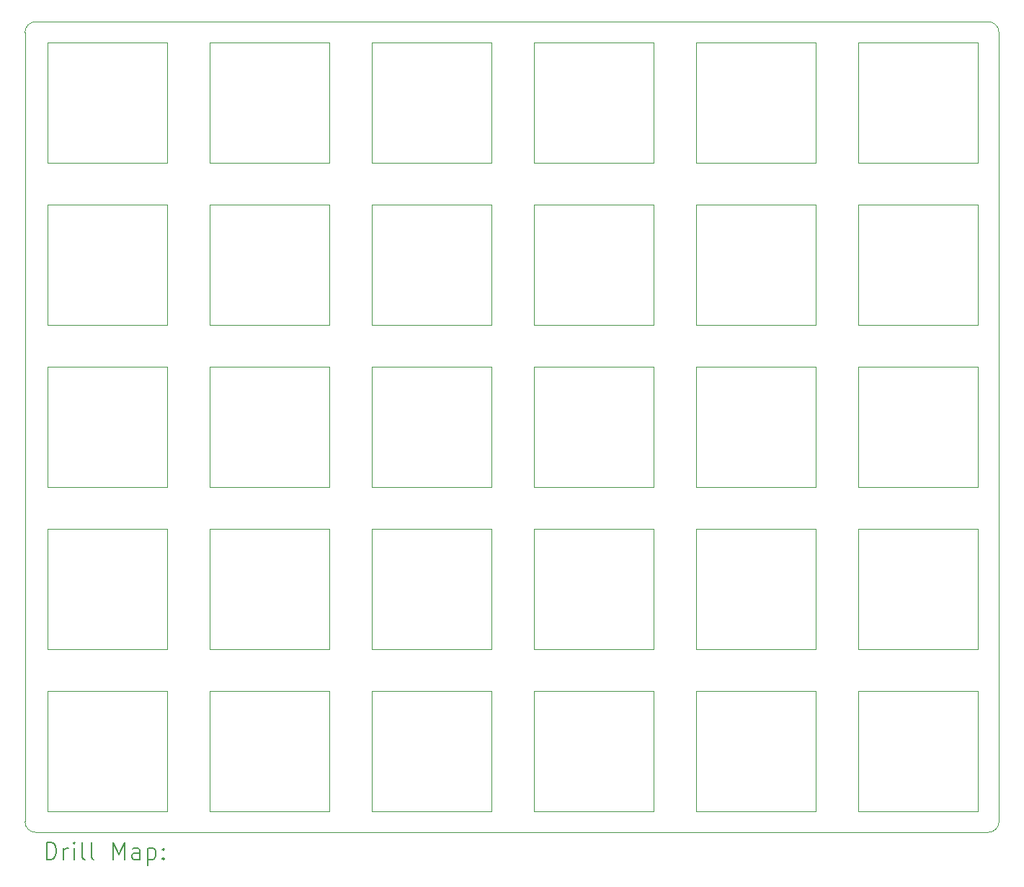
<source format=gbr>
%TF.GenerationSoftware,KiCad,Pcbnew,7.0.5*%
%TF.CreationDate,2024-09-25T00:21:01+08:00*%
%TF.ProjectId,TPS,5450532e-6b69-4636-9164-5f7063625858,rev?*%
%TF.SameCoordinates,Original*%
%TF.FileFunction,Drillmap*%
%TF.FilePolarity,Positive*%
%FSLAX45Y45*%
G04 Gerber Fmt 4.5, Leading zero omitted, Abs format (unit mm)*
G04 Created by KiCad (PCBNEW 7.0.5) date 2024-09-25 00:21:01*
%MOMM*%
%LPD*%
G01*
G04 APERTURE LIST*
%ADD10C,0.120000*%
%ADD11C,0.200000*%
G04 APERTURE END LIST*
D10*
X10965000Y-10767500D02*
X12375000Y-10767500D01*
X12375000Y-12177500D01*
X10965000Y-12177500D01*
X10965000Y-10767500D01*
X16680000Y-10767500D02*
X18090000Y-10767500D01*
X18090000Y-12177500D01*
X16680000Y-12177500D01*
X16680000Y-10767500D01*
X9060000Y-10767500D02*
X10470000Y-10767500D01*
X10470000Y-12177500D01*
X9060000Y-12177500D01*
X9060000Y-10767500D01*
X14775000Y-10767500D02*
X16185000Y-10767500D01*
X16185000Y-12177500D01*
X14775000Y-12177500D01*
X14775000Y-10767500D01*
X12870000Y-10767500D02*
X14280000Y-10767500D01*
X14280000Y-12177500D01*
X12870000Y-12177500D01*
X12870000Y-10767500D01*
X18585000Y-10767500D02*
X19995000Y-10767500D01*
X19995000Y-12177500D01*
X18585000Y-12177500D01*
X18585000Y-10767500D01*
X14775000Y-6957500D02*
X16185000Y-6957500D01*
X16185000Y-8367500D01*
X14775000Y-8367500D01*
X14775000Y-6957500D01*
X12870000Y-5052500D02*
X14280000Y-5052500D01*
X14280000Y-6462500D01*
X12870000Y-6462500D01*
X12870000Y-5052500D01*
X14775000Y-8862500D02*
X16185000Y-8862500D01*
X16185000Y-10272500D01*
X14775000Y-10272500D01*
X14775000Y-8862500D01*
X16680000Y-6957500D02*
X18090000Y-6957500D01*
X18090000Y-8367500D01*
X16680000Y-8367500D01*
X16680000Y-6957500D01*
X16680000Y-5052500D02*
X18090000Y-5052500D01*
X18090000Y-6462500D01*
X16680000Y-6462500D01*
X16680000Y-5052500D01*
X9060000Y-8862500D02*
X10470000Y-8862500D01*
X10470000Y-10272500D01*
X9060000Y-10272500D01*
X9060000Y-8862500D01*
X18585000Y-8862500D02*
X19995000Y-8862500D01*
X19995000Y-10272500D01*
X18585000Y-10272500D01*
X18585000Y-8862500D01*
X18585000Y-3147500D02*
X19995000Y-3147500D01*
X19995000Y-4557500D01*
X18585000Y-4557500D01*
X18585000Y-3147500D01*
X12870000Y-3147500D02*
X14280000Y-3147500D01*
X14280000Y-4557500D01*
X12870000Y-4557500D01*
X12870000Y-3147500D01*
X12870000Y-8862500D02*
X14280000Y-8862500D01*
X14280000Y-10272500D01*
X12870000Y-10272500D01*
X12870000Y-8862500D01*
X14775000Y-3147500D02*
X16185000Y-3147500D01*
X16185000Y-4557500D01*
X14775000Y-4557500D01*
X14775000Y-3147500D01*
X16680000Y-3147500D02*
X18090000Y-3147500D01*
X18090000Y-4557500D01*
X16680000Y-4557500D01*
X16680000Y-3147500D01*
X10965000Y-3147500D02*
X12375000Y-3147500D01*
X12375000Y-4557500D01*
X10965000Y-4557500D01*
X10965000Y-3147500D01*
X9060000Y-6957500D02*
X10470000Y-6957500D01*
X10470000Y-8367500D01*
X9060000Y-8367500D01*
X9060000Y-6957500D01*
X20115500Y-2900000D02*
X8924500Y-2900000D01*
X8797500Y-12298000D02*
G75*
G03*
X8924500Y-12425000I127000J0D01*
G01*
X14775000Y-5052500D02*
X16185000Y-5052500D01*
X16185000Y-6462500D01*
X14775000Y-6462500D01*
X14775000Y-5052500D01*
X18585000Y-5052500D02*
X19995000Y-5052500D01*
X19995000Y-6462500D01*
X18585000Y-6462500D01*
X18585000Y-5052500D01*
X12870000Y-6957500D02*
X14280000Y-6957500D01*
X14280000Y-8367500D01*
X12870000Y-8367500D01*
X12870000Y-6957500D01*
X9060000Y-3147500D02*
X10470000Y-3147500D01*
X10470000Y-4557500D01*
X9060000Y-4557500D01*
X9060000Y-3147500D01*
X8924500Y-2900000D02*
G75*
G03*
X8797500Y-3027000I0J-127000D01*
G01*
X20242500Y-12298000D02*
X20242500Y-3027000D01*
X20115500Y-12425000D02*
X8924500Y-12425000D01*
X8797500Y-3027000D02*
X8797500Y-12298000D01*
X20115500Y-12425000D02*
G75*
G03*
X20242500Y-12298000I0J127000D01*
G01*
X10965000Y-5052500D02*
X12375000Y-5052500D01*
X12375000Y-6462500D01*
X10965000Y-6462500D01*
X10965000Y-5052500D01*
X16680000Y-8862500D02*
X18090000Y-8862500D01*
X18090000Y-10272500D01*
X16680000Y-10272500D01*
X16680000Y-8862500D01*
X20242500Y-3027000D02*
G75*
G03*
X20115500Y-2900000I-127000J0D01*
G01*
X18585000Y-6957500D02*
X19995000Y-6957500D01*
X19995000Y-8367500D01*
X18585000Y-8367500D01*
X18585000Y-6957500D01*
X10965000Y-6957500D02*
X12375000Y-6957500D01*
X12375000Y-8367500D01*
X10965000Y-8367500D01*
X10965000Y-6957500D01*
X9060000Y-5052500D02*
X10470000Y-5052500D01*
X10470000Y-6462500D01*
X9060000Y-6462500D01*
X9060000Y-5052500D01*
X10965000Y-8862500D02*
X12375000Y-8862500D01*
X12375000Y-10272500D01*
X10965000Y-10272500D01*
X10965000Y-8862500D01*
D11*
X9052277Y-12742484D02*
X9052277Y-12542484D01*
X9052277Y-12542484D02*
X9099896Y-12542484D01*
X9099896Y-12542484D02*
X9128467Y-12552008D01*
X9128467Y-12552008D02*
X9147515Y-12571055D01*
X9147515Y-12571055D02*
X9157039Y-12590103D01*
X9157039Y-12590103D02*
X9166563Y-12628198D01*
X9166563Y-12628198D02*
X9166563Y-12656769D01*
X9166563Y-12656769D02*
X9157039Y-12694865D01*
X9157039Y-12694865D02*
X9147515Y-12713912D01*
X9147515Y-12713912D02*
X9128467Y-12732960D01*
X9128467Y-12732960D02*
X9099896Y-12742484D01*
X9099896Y-12742484D02*
X9052277Y-12742484D01*
X9252277Y-12742484D02*
X9252277Y-12609150D01*
X9252277Y-12647246D02*
X9261801Y-12628198D01*
X9261801Y-12628198D02*
X9271324Y-12618674D01*
X9271324Y-12618674D02*
X9290372Y-12609150D01*
X9290372Y-12609150D02*
X9309420Y-12609150D01*
X9376086Y-12742484D02*
X9376086Y-12609150D01*
X9376086Y-12542484D02*
X9366563Y-12552008D01*
X9366563Y-12552008D02*
X9376086Y-12561531D01*
X9376086Y-12561531D02*
X9385610Y-12552008D01*
X9385610Y-12552008D02*
X9376086Y-12542484D01*
X9376086Y-12542484D02*
X9376086Y-12561531D01*
X9499896Y-12742484D02*
X9480848Y-12732960D01*
X9480848Y-12732960D02*
X9471324Y-12713912D01*
X9471324Y-12713912D02*
X9471324Y-12542484D01*
X9604658Y-12742484D02*
X9585610Y-12732960D01*
X9585610Y-12732960D02*
X9576086Y-12713912D01*
X9576086Y-12713912D02*
X9576086Y-12542484D01*
X9833229Y-12742484D02*
X9833229Y-12542484D01*
X9833229Y-12542484D02*
X9899896Y-12685341D01*
X9899896Y-12685341D02*
X9966563Y-12542484D01*
X9966563Y-12542484D02*
X9966563Y-12742484D01*
X10147515Y-12742484D02*
X10147515Y-12637722D01*
X10147515Y-12637722D02*
X10137991Y-12618674D01*
X10137991Y-12618674D02*
X10118944Y-12609150D01*
X10118944Y-12609150D02*
X10080848Y-12609150D01*
X10080848Y-12609150D02*
X10061801Y-12618674D01*
X10147515Y-12732960D02*
X10128467Y-12742484D01*
X10128467Y-12742484D02*
X10080848Y-12742484D01*
X10080848Y-12742484D02*
X10061801Y-12732960D01*
X10061801Y-12732960D02*
X10052277Y-12713912D01*
X10052277Y-12713912D02*
X10052277Y-12694865D01*
X10052277Y-12694865D02*
X10061801Y-12675817D01*
X10061801Y-12675817D02*
X10080848Y-12666293D01*
X10080848Y-12666293D02*
X10128467Y-12666293D01*
X10128467Y-12666293D02*
X10147515Y-12656769D01*
X10242753Y-12609150D02*
X10242753Y-12809150D01*
X10242753Y-12618674D02*
X10261801Y-12609150D01*
X10261801Y-12609150D02*
X10299896Y-12609150D01*
X10299896Y-12609150D02*
X10318944Y-12618674D01*
X10318944Y-12618674D02*
X10328467Y-12628198D01*
X10328467Y-12628198D02*
X10337991Y-12647246D01*
X10337991Y-12647246D02*
X10337991Y-12704388D01*
X10337991Y-12704388D02*
X10328467Y-12723436D01*
X10328467Y-12723436D02*
X10318944Y-12732960D01*
X10318944Y-12732960D02*
X10299896Y-12742484D01*
X10299896Y-12742484D02*
X10261801Y-12742484D01*
X10261801Y-12742484D02*
X10242753Y-12732960D01*
X10423705Y-12723436D02*
X10433229Y-12732960D01*
X10433229Y-12732960D02*
X10423705Y-12742484D01*
X10423705Y-12742484D02*
X10414182Y-12732960D01*
X10414182Y-12732960D02*
X10423705Y-12723436D01*
X10423705Y-12723436D02*
X10423705Y-12742484D01*
X10423705Y-12618674D02*
X10433229Y-12628198D01*
X10433229Y-12628198D02*
X10423705Y-12637722D01*
X10423705Y-12637722D02*
X10414182Y-12628198D01*
X10414182Y-12628198D02*
X10423705Y-12618674D01*
X10423705Y-12618674D02*
X10423705Y-12637722D01*
M02*

</source>
